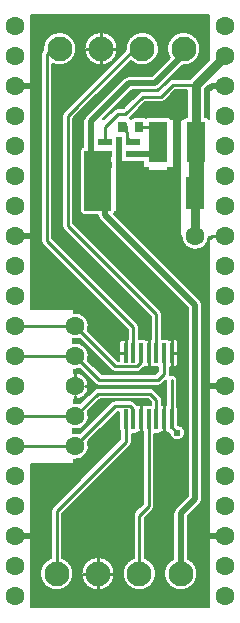
<source format=gtl>
G04 Layer: TopLayer*
G04 EasyEDA Pro v2.2.38.8, 2025-04-26 19:17:01*
G04 Gerber Generator version 0.3*
G04 Scale: 100 percent, Rotated: No, Reflected: No*
G04 Dimensions in millimeters*
G04 Leading zeros omitted, absolute positions, 4 integers and 5 decimals*
%FSLAX45Y45*%
%MOMM*%
%ADD10C,0.2032*%
%ADD11C,0.254*%
%ADD12C,1.6002*%
%ADD13R,1.2X0.55001*%
%ADD14R,0.4X1.7*%
%ADD15R,1.6X3.49999*%
%ADD16C,2.1*%
%ADD17R,1.635X2.69999*%
%ADD18R,0.8X0.9*%
%ADD19R,1.6449X2.69999*%
%ADD20R,1.635X2.69999*%
%ADD21C,0.61*%
%ADD22C,0.508*%
%ADD23C,0.762*%
%ADD24C,1.27*%
G75*


G04 Copper Start*
G36*
G01X623362Y-3824404D02*
G01X623362Y-3798238D01*
G01X642878Y-3798556D01*
G01X662170Y-3795592D01*
G01X680691Y-3789431D01*
G01X697915Y-3780247D01*
G01X713351Y-3768301D01*
G01X726563Y-3753933D01*
G01X737174Y-3737550D01*
G01X744883Y-3719619D01*
G01X749472Y-3700647D01*
G01X750810Y-3681174D01*
G01X748859Y-3661753D01*
G01X743674Y-3642935D01*
G01X995986Y-3390624D01*
G01X1006490Y-3390624D01*
G01X1006490Y-3540009D01*
G01X1007871Y-3549858D01*
G01X1011907Y-3558947D01*
G01X1018286Y-3566576D01*
G01X1018286Y-3624805D01*
G01X444003Y-4199088D01*
G01X436293Y-4209136D01*
G01X431446Y-4220836D01*
G01X429793Y-4233393D01*
G01X429793Y-4630307D01*
G01X408848Y-4640009D01*
G01X389770Y-4653003D01*
G01X373070Y-4668939D01*
G01X359199Y-4687389D01*
G01X348528Y-4707857D01*
G01X341345Y-4729794D01*
G01X337841Y-4752609D01*
G01X338113Y-4775691D01*
G01X342151Y-4798418D01*
G01X349849Y-4820179D01*
G01X360998Y-4840391D01*
G01X375299Y-4858510D01*
G01X392369Y-4874049D01*
G01X411748Y-4886590D01*
G01X432915Y-4895797D01*
G01X455302Y-4901422D01*
G01X478307Y-4903314D01*
G01X501313Y-4901422D01*
G01X523700Y-4895797D01*
G01X544867Y-4886590D01*
G01X564246Y-4874049D01*
G01X581315Y-4858510D01*
G01X595617Y-4840391D01*
G01X606766Y-4820179D01*
G01X614463Y-4798418D01*
G01X618502Y-4775691D01*
G01X618657Y-4762500D01*
G01X687480Y-4762500D01*
G01X689401Y-4785677D01*
G01X695110Y-4808222D01*
G01X704452Y-4829520D01*
G01X717172Y-4848990D01*
G01X732923Y-4866100D01*
G01X751276Y-4880385D01*
G01X771730Y-4891454D01*
G01X793726Y-4899005D01*
G01X816666Y-4902833D01*
G01X839922Y-4902833D01*
G01X862862Y-4899005D01*
G01X884858Y-4891454D01*
G01X905312Y-4880385D01*
G01X923665Y-4866100D01*
G01X939416Y-4848990D01*
G01X952136Y-4829520D01*
G01X961478Y-4808222D01*
G01X967187Y-4785677D01*
G01X969108Y-4762500D01*
G01X967187Y-4739323D01*
G01X961478Y-4716778D01*
G01X952136Y-4695480D01*
G01X939416Y-4676010D01*
G01X923665Y-4658900D01*
G01X905312Y-4644615D01*
G01X884858Y-4633546D01*
G01X862862Y-4625995D01*
G01X839922Y-4622167D01*
G01X816666Y-4622167D01*
G01X793726Y-4625995D01*
G01X771730Y-4633546D01*
G01X751276Y-4644615D01*
G01X732923Y-4658900D01*
G01X717172Y-4676010D01*
G01X704452Y-4695480D01*
G01X695110Y-4716778D01*
G01X689401Y-4739323D01*
G01X687480Y-4762500D01*
G01X687480Y-4762500D01*
G01X618657Y-4762500D01*
G01X618773Y-4752609D01*
G01X615270Y-4729794D01*
G01X608087Y-4707857D01*
G01X597416Y-4687389D01*
G01X583544Y-4668939D01*
G01X566845Y-4653003D01*
G01X547766Y-4640009D01*
G01X526821Y-4630307D01*
G01X526821Y-4253488D01*
G01X1101105Y-3679205D01*
G01X1108814Y-3669157D01*
G01X1113661Y-3657456D01*
G01X1115314Y-3644900D01*
G01X1115314Y-3575823D01*
G01X1147303Y-3575823D01*
G01X1153653Y-3575256D01*
G01X1159802Y-3573571D01*
G01X1165951Y-3575256D01*
G01X1172301Y-3575823D01*
G01X1208786Y-3575823D01*
G01X1208786Y-4170905D01*
G01X1144001Y-4235689D01*
G01X1136292Y-4245737D01*
G01X1131445Y-4257438D01*
G01X1129792Y-4269994D01*
G01X1129792Y-4630307D01*
G01X1108847Y-4640009D01*
G01X1089768Y-4653003D01*
G01X1073069Y-4668939D01*
G01X1059198Y-4687389D01*
G01X1048527Y-4707857D01*
G01X1041343Y-4729794D01*
G01X1037840Y-4752609D01*
G01X1038111Y-4775691D01*
G01X1042150Y-4798418D01*
G01X1049847Y-4820179D01*
G01X1060997Y-4840391D01*
G01X1075298Y-4858510D01*
G01X1092368Y-4874049D01*
G01X1111746Y-4886590D01*
G01X1132914Y-4895797D01*
G01X1155301Y-4901422D01*
G01X1178306Y-4903314D01*
G01X1201311Y-4901422D01*
G01X1223698Y-4895797D01*
G01X1244866Y-4886590D01*
G01X1264244Y-4874049D01*
G01X1281314Y-4858510D01*
G01X1295615Y-4840391D01*
G01X1306765Y-4820179D01*
G01X1314462Y-4798418D01*
G01X1318501Y-4775691D01*
G01X1318772Y-4752609D01*
G01X1315269Y-4729794D01*
G01X1308085Y-4707857D01*
G01X1297414Y-4687389D01*
G01X1283543Y-4668939D01*
G01X1266844Y-4653003D01*
G01X1247765Y-4640009D01*
G01X1226820Y-4630307D01*
G01X1226820Y-4290089D01*
G01X1291605Y-4225305D01*
G01X1299314Y-4215257D01*
G01X1304161Y-4203556D01*
G01X1305814Y-4191000D01*
G01X1305814Y-3575823D01*
G01X1342299Y-3575823D01*
G01X1348649Y-3575256D01*
G01X1354798Y-3573571D01*
G01X1360947Y-3575256D01*
G01X1367297Y-3575823D01*
G01X1407297Y-3575823D01*
G01X1413647Y-3575256D01*
G01X1419797Y-3573571D01*
G01X1425946Y-3575256D01*
G01X1432296Y-3575823D01*
G01X1432670Y-3575823D01*
G01X1435879Y-3590231D01*
G01X1442195Y-3603571D01*
G01X1451305Y-3615184D01*
G01X1462759Y-3624494D01*
G01X1475989Y-3631040D01*
G01X1490338Y-3634497D01*
G01X1505097Y-3634695D01*
G01X1519534Y-3631623D01*
G01X1532934Y-3625434D01*
G01X1544633Y-3616434D01*
G01X1554051Y-3605069D01*
G01X1560723Y-3591902D01*
G01X1564316Y-3577586D01*
G01X1564654Y-3562830D01*
G01X1561719Y-3548364D01*
G01X1555657Y-3534906D01*
G01X1546769Y-3523122D01*
G01X1535494Y-3513596D01*
G01X1522391Y-3506801D01*
G01X1508110Y-3503071D01*
G01X1508110Y-3370010D01*
G01X1506236Y-3358576D01*
G01X1500810Y-3348340D01*
G01X1500810Y-3124810D01*
G01X1498965Y-3111560D01*
G01X1493572Y-3099317D01*
G01X1485040Y-3089013D01*
G01X1474019Y-3081431D01*
G01X1461345Y-3077147D01*
G01X1447984Y-3076488D01*
G01X1434950Y-3079502D01*
G01X1435811Y-3070403D01*
G01X1435811Y-3015804D01*
G01X1472296Y-3015804D01*
G01X1483363Y-3014051D01*
G01X1493347Y-3008964D01*
G01X1501270Y-3001041D01*
G01X1506357Y-2991057D01*
G01X1508110Y-2979990D01*
G01X1508110Y-2809991D01*
G01X1506357Y-2798923D01*
G01X1501270Y-2788940D01*
G01X1493347Y-2781016D01*
G01X1483363Y-2775929D01*
G01X1472296Y-2774177D01*
G01X1432296Y-2774177D01*
G01X1425946Y-2774744D01*
G01X1419797Y-2776429D01*
G01X1413647Y-2774744D01*
G01X1407297Y-2774177D01*
G01X1370813Y-2774177D01*
G01X1370813Y-2566899D01*
G01X1369160Y-2554342D01*
G01X1364313Y-2542642D01*
G01X1356603Y-2532594D01*
G01X620014Y-1796005D01*
G01X620014Y-906301D01*
G01X1106723Y-419592D01*
G01X1124542Y-433954D01*
G01X1144453Y-445240D01*
G01X1165929Y-453152D01*
G01X1188402Y-457480D01*
G01X1211280Y-458110D01*
G01X1233958Y-455026D01*
G01X1255837Y-448309D01*
G01X1276339Y-438136D01*
G01X1294922Y-424776D01*
G01X1311095Y-408583D01*
G01X1324432Y-389984D01*
G01X1334579Y-369469D01*
G01X1341269Y-347582D01*
G01X1344325Y-324901D01*
G01X1343667Y-302023D01*
G01X1339311Y-279555D01*
G01X1331373Y-258089D01*
G01X1320062Y-238192D01*
G01X1305678Y-220391D01*
G01X1288600Y-205155D01*
G01X1269280Y-192886D01*
G01X1248227Y-183909D01*
G01X1225998Y-178462D01*
G01X1203180Y-176687D01*
G01X1180376Y-178632D01*
G01X1158189Y-184246D01*
G01X1137203Y-193379D01*
G01X1117975Y-205792D01*
G01X1101011Y-221155D01*
G01X1086760Y-239064D01*
G01X1075599Y-259044D01*
G01X1067821Y-280569D01*
G01X1063634Y-303069D01*
G01X1063146Y-325951D01*
G01X537195Y-851901D01*
G01X529486Y-861949D01*
G01X524639Y-873650D01*
G01X522986Y-886206D01*
G01X522986Y-1816100D01*
G01X524639Y-1828656D01*
G01X529486Y-1840357D01*
G01X537195Y-1850405D01*
G01X1273785Y-2586994D01*
G01X1273785Y-2774177D01*
G01X1237300Y-2774177D01*
G01X1230950Y-2774744D01*
G01X1224801Y-2776429D01*
G01X1218652Y-2774744D01*
G01X1212301Y-2774177D01*
G01X1175817Y-2774177D01*
G01X1175817Y-2676703D01*
G01X1174164Y-2664146D01*
G01X1169317Y-2652446D01*
G01X1161607Y-2642398D01*
G01X442214Y-1923005D01*
G01X442214Y-444177D01*
G01X463621Y-452488D01*
G01X486095Y-457208D01*
G01X509037Y-458213D01*
G01X531837Y-455476D01*
G01X553889Y-449069D01*
G01X574607Y-439163D01*
G01X593439Y-426021D01*
G01X609884Y-409993D01*
G01X623506Y-391506D01*
G01X633942Y-371050D01*
G01X640914Y-349170D01*
G01X644237Y-326448D01*
G01X644075Y-317500D01*
G01X712880Y-317500D01*
G01X714801Y-340677D01*
G01X720510Y-363222D01*
G01X729852Y-384520D01*
G01X742572Y-403990D01*
G01X758323Y-421100D01*
G01X776676Y-435385D01*
G01X797130Y-446454D01*
G01X819126Y-454005D01*
G01X842066Y-457833D01*
G01X865322Y-457833D01*
G01X888262Y-454005D01*
G01X910258Y-446454D01*
G01X930712Y-435385D01*
G01X949065Y-421100D01*
G01X964816Y-403990D01*
G01X977536Y-384520D01*
G01X986878Y-363222D01*
G01X992587Y-340677D01*
G01X994508Y-317500D01*
G01X994508Y-317500D01*
G01X992587Y-294323D01*
G01X986878Y-271778D01*
G01X977536Y-250480D01*
G01X964816Y-231010D01*
G01X949065Y-213900D01*
G01X930712Y-199615D01*
G01X910258Y-188546D01*
G01X888262Y-180995D01*
G01X865322Y-177167D01*
G01X842066Y-177167D01*
G01X819126Y-180995D01*
G01X797130Y-188546D01*
G01X776676Y-199615D01*
G01X758323Y-213900D01*
G01X742572Y-231010D01*
G01X729852Y-250480D01*
G01X720510Y-271778D01*
G01X714801Y-294323D01*
G01X712880Y-317500D01*
G01X644075Y-317500D01*
G01X643822Y-303488D01*
G01X639682Y-280900D01*
G01X631925Y-259286D01*
G01X620758Y-239220D01*
G01X606478Y-221236D01*
G01X589465Y-205812D01*
G01X570171Y-193358D01*
G01X549109Y-184206D01*
G01X526840Y-178599D01*
G01X503956Y-176686D01*
G01X481066Y-178518D01*
G01X458777Y-184047D01*
G01X437683Y-193124D01*
G01X418346Y-205509D01*
G01X401278Y-220873D01*
G01X386935Y-238807D01*
G01X375697Y-258833D01*
G01X367864Y-280419D01*
G01X363643Y-302992D01*
G01X363147Y-325951D01*
G01X359395Y-329703D01*
G01X351686Y-339750D01*
G01X346839Y-351451D01*
G01X345186Y-364007D01*
G01X345186Y-1943100D01*
G01X346839Y-1955656D01*
G01X351686Y-1967357D01*
G01X359395Y-1977405D01*
G01X1078789Y-2696798D01*
G01X1078789Y-2774177D01*
G01X1042304Y-2774177D01*
G01X1031237Y-2775929D01*
G01X1021253Y-2781016D01*
G01X1013330Y-2788940D01*
G01X1008243Y-2798923D01*
G01X1006490Y-2809991D01*
G01X1006490Y-2959376D01*
G01X995986Y-2959376D01*
G01X743674Y-2707065D01*
G01X748859Y-2688247D01*
G01X750810Y-2668826D01*
G01X749472Y-2649353D01*
G01X744883Y-2630381D01*
G01X737174Y-2612450D01*
G01X726563Y-2596067D01*
G01X713351Y-2581699D01*
G01X697915Y-2569753D01*
G01X680691Y-2560569D01*
G01X662170Y-2554408D01*
G01X642878Y-2551444D01*
G01X623362Y-2551762D01*
G01X623362Y-2532132D01*
G01X622001Y-2527052D01*
G01X618282Y-2523333D01*
G01X613202Y-2521972D01*
G01X264160Y-2521972D01*
G01X264160Y-35814D01*
G01X1767840Y-35814D01*
G01X1767840Y-413630D01*
G01X1607684Y-573786D01*
G01X1460500Y-573786D01*
G01X1447944Y-575439D01*
G01X1436243Y-580286D01*
G01X1426195Y-587995D01*
G01X1338805Y-675386D01*
G01X1206500Y-675386D01*
G01X1193944Y-677039D01*
G01X1182243Y-681886D01*
G01X1172195Y-689595D01*
G01X1039105Y-822686D01*
G01X995700Y-822686D01*
G01X983143Y-824339D01*
G01X971443Y-829186D01*
G01X961395Y-836896D01*
G01X881605Y-916686D01*
G01X872733Y-916686D01*
G01X1118605Y-670814D01*
G01X1310112Y-670814D01*
G01X1322055Y-669638D01*
G01X1333538Y-666154D01*
G01X1344121Y-660498D01*
G01X1353397Y-652885D01*
G01X1548080Y-458202D01*
G01X1571553Y-457177D01*
G01X1594528Y-452263D01*
G01X1616366Y-443597D01*
G01X1636460Y-431422D01*
G01X1654249Y-416074D01*
G01X1669239Y-397983D01*
G01X1681013Y-377651D01*
G01X1689242Y-355644D01*
G01X1693697Y-332576D01*
G01X1694255Y-309088D01*
G01X1690900Y-285834D01*
G01X1683725Y-263462D01*
G01X1672930Y-242594D01*
G01X1658816Y-223811D01*
G01X1641775Y-207636D01*
G01X1622282Y-194520D01*
G01X1600880Y-184828D01*
G01X1578164Y-178829D01*
G01X1554767Y-176690D01*
G01X1531340Y-178472D01*
G01X1508535Y-184124D01*
G01X1486987Y-193488D01*
G01X1467296Y-206306D01*
G01X1450011Y-222218D01*
G01X1435612Y-240783D01*
G01X1424500Y-261484D01*
G01X1416985Y-283745D01*
G01X1413275Y-306945D01*
G01X1413475Y-330439D01*
G01X1417578Y-353572D01*
G01X1425470Y-375702D01*
G01X1436932Y-396211D01*
G01X1284757Y-548386D01*
G01X1093249Y-548386D01*
G01X1081307Y-549562D01*
G01X1069824Y-553046D01*
G01X1059241Y-558702D01*
G01X1049964Y-566315D01*
G01X726715Y-889564D01*
G01X719863Y-897729D01*
G01X714531Y-906958D01*
G01X710881Y-916972D01*
G01X706755Y-919003D01*
G01X703906Y-922614D01*
G01X702890Y-927100D01*
G01X702890Y-1146834D01*
G01X692671Y-1151827D01*
G01X684533Y-1159773D01*
G01X679296Y-1169870D01*
G01X677490Y-1181100D01*
G01X677490Y-1690097D01*
G01X679243Y-1701164D01*
G01X684330Y-1711148D01*
G01X692253Y-1719071D01*
G01X702237Y-1724158D01*
G01X713304Y-1725911D01*
G01X827786Y-1725911D01*
G01X827786Y-1727200D01*
G01X828962Y-1739142D01*
G01X832446Y-1750626D01*
G01X838102Y-1761209D01*
G01X845715Y-1770485D01*
G01X1589786Y-2514556D01*
G01X1589786Y-4102144D01*
G01X1485008Y-4206923D01*
G01X1477395Y-4216199D01*
G01X1471738Y-4226782D01*
G01X1468255Y-4238265D01*
G01X1467079Y-4250207D01*
G01X1467079Y-4635688D01*
G01X1446708Y-4647728D01*
G01X1428642Y-4663010D01*
G01X1413389Y-4681101D01*
G01X1401381Y-4701491D01*
G01X1392957Y-4723604D01*
G01X1388355Y-4746815D01*
G01X1387704Y-4770469D01*
G01X1391024Y-4793897D01*
G01X1398219Y-4816440D01*
G01X1409088Y-4837459D01*
G01X1423323Y-4856361D01*
G01X1440522Y-4872613D01*
G01X1460200Y-4885755D01*
G01X1481800Y-4895417D01*
G01X1504713Y-4901326D01*
G01X1528293Y-4903314D01*
G01X1551872Y-4901326D01*
G01X1574785Y-4895417D01*
G01X1596386Y-4885755D01*
G01X1616063Y-4872613D01*
G01X1633262Y-4856361D01*
G01X1647497Y-4837459D01*
G01X1658366Y-4816440D01*
G01X1665561Y-4793897D01*
G01X1668881Y-4770469D01*
G01X1668230Y-4746815D01*
G01X1663628Y-4723604D01*
G01X1655204Y-4701491D01*
G01X1643196Y-4681101D01*
G01X1627943Y-4663010D01*
G01X1609877Y-4647728D01*
G01X1589507Y-4635688D01*
G01X1589507Y-4275563D01*
G01X1694285Y-4170785D01*
G01X1701898Y-4161509D01*
G01X1707554Y-4150926D01*
G01X1711038Y-4139442D01*
G01X1712214Y-4127500D01*
G01X1712214Y-2489200D01*
G01X1711038Y-2477258D01*
G01X1707554Y-2465774D01*
G01X1701898Y-2455191D01*
G01X1694285Y-2445915D01*
G01X964449Y-1716079D01*
G01X970269Y-1708920D01*
G01X974066Y-1700511D01*
G01X1013917Y-1700511D01*
G01X1023992Y-1705718D01*
G01X1035190Y-1707514D01*
G01X1198690Y-1707514D01*
G01X1209887Y-1705718D01*
G01X1219963Y-1700511D01*
G01X1243837Y-1700511D01*
G01X1253913Y-1705718D01*
G01X1265111Y-1707514D01*
G01X1428610Y-1707514D01*
G01X1439808Y-1705718D01*
G01X1449883Y-1700511D01*
G01X1458990Y-1700511D01*
G01X1464197Y-1699116D01*
G01X1468009Y-1695304D01*
G01X1469404Y-1690097D01*
G01X1469404Y-927100D01*
G01X1468009Y-921893D01*
G01X1464197Y-918081D01*
G01X1458990Y-916686D01*
G01X1451892Y-916686D01*
G01X1446540Y-907489D01*
G01X1438722Y-900270D01*
G01X1429128Y-895667D01*
G01X1418605Y-894086D01*
G01X1258606Y-894086D01*
G01X1250016Y-895132D01*
G01X1241928Y-898206D01*
G01X1234814Y-903131D01*
G01X1225307Y-898631D01*
G01X1214902Y-897086D01*
G01X1134902Y-897086D01*
G01X1123262Y-899031D01*
G01X1112886Y-904653D01*
G01X1104900Y-913343D01*
G01X1100640Y-908001D01*
G01X1095443Y-903566D01*
G01X1226595Y-772414D01*
G01X1358900Y-772414D01*
G01X1371456Y-770761D01*
G01X1383157Y-765914D01*
G01X1393205Y-758205D01*
G01X1480595Y-670814D01*
G01X1584681Y-670814D01*
G01X1584681Y-894086D01*
G01X1578595Y-894086D01*
G01X1568072Y-895667D01*
G01X1558478Y-900270D01*
G01X1550660Y-907489D01*
G01X1545308Y-916686D01*
G01X1536700Y-916686D01*
G01X1531493Y-918081D01*
G01X1527681Y-921893D01*
G01X1526286Y-927100D01*
G01X1526286Y-1897916D01*
G01X1527444Y-1902689D01*
G01X1530661Y-1906400D01*
G01X1535221Y-1908224D01*
G01X1537704Y-1929067D01*
G01X1543908Y-1949119D01*
G01X1553629Y-1967722D01*
G01X1566547Y-1984265D01*
G01X1582240Y-1998205D01*
G01X1600190Y-2009084D01*
G01X1619809Y-2016545D01*
G01X1640453Y-2020343D01*
G01X1661442Y-2020352D01*
G01X1682089Y-2016574D01*
G01X1701715Y-2009131D01*
G01X1719675Y-1998268D01*
G01X1735380Y-1984342D01*
G01X1748314Y-1967811D01*
G01X1758052Y-1949216D01*
G01X1764274Y-1929170D01*
G01X1766776Y-1908330D01*
G01X1767840Y-1908330D01*
G01X1767840Y-5044186D01*
G01X264160Y-5044186D01*
G01X264160Y-3834564D01*
G01X613202Y-3834564D01*
G01X618282Y-3833203D01*
G01X622001Y-3829484D01*
G01X623362Y-3824404D01*
G37*
G36*
G01X750824Y-3175000D02*
G01X748832Y-3153613D01*
G01X742926Y-3132962D01*
G01X733307Y-3113756D01*
G01X720308Y-3096656D01*
G01X704375Y-3082251D01*
G01X686056Y-3071036D01*
G01X665981Y-3063396D01*
G01X644841Y-3059595D01*
G01X623362Y-3059762D01*
G01X623362Y-3036238D01*
G01X640862Y-3036676D01*
G01X658229Y-3034471D01*
G01X675065Y-3029674D01*
G01X803895Y-3158505D01*
G01X813943Y-3166214D01*
G01X825644Y-3171061D01*
G01X838200Y-3172714D01*
G01X1333500Y-3172714D01*
G01X1346056Y-3171061D01*
G01X1357757Y-3166214D01*
G01X1367805Y-3158505D01*
G01X1403838Y-3122471D01*
G01X1403782Y-3124810D01*
G01X1403782Y-3334196D01*
G01X1370813Y-3334196D01*
G01X1370813Y-3290799D01*
G01X1369160Y-3278242D01*
G01X1364313Y-3266542D01*
G01X1356603Y-3256494D01*
G01X1304305Y-3204195D01*
G01X1294257Y-3196486D01*
G01X1282556Y-3191639D01*
G01X1270000Y-3189986D01*
G01X825500Y-3189986D01*
G01X812944Y-3191639D01*
G01X801243Y-3196486D01*
G01X791195Y-3204195D01*
G01X675065Y-3320326D01*
G01X658229Y-3315529D01*
G01X640862Y-3313324D01*
G01X623362Y-3313762D01*
G01X623362Y-3290238D01*
G01X644841Y-3290405D01*
G01X665981Y-3286604D01*
G01X686056Y-3278964D01*
G01X704375Y-3267749D01*
G01X720308Y-3253344D01*
G01X733307Y-3236244D01*
G01X742926Y-3217038D01*
G01X748832Y-3196387D01*
G01X750824Y-3175000D01*
G37*
G36*
G01X675065Y-3574326D02*
G01X658229Y-3569529D01*
G01X640862Y-3567324D01*
G01X623362Y-3567762D01*
G01X623362Y-3544238D01*
G01X642878Y-3544556D01*
G01X662170Y-3541592D01*
G01X680691Y-3535431D01*
G01X697915Y-3526247D01*
G01X713351Y-3514301D01*
G01X726563Y-3499933D01*
G01X737174Y-3483550D01*
G01X744883Y-3465619D01*
G01X749472Y-3446647D01*
G01X750810Y-3427174D01*
G01X748859Y-3407753D01*
G01X743674Y-3388935D01*
G01X845595Y-3287014D01*
G01X1249905Y-3287014D01*
G01X1273785Y-3310894D01*
G01X1273785Y-3334196D01*
G01X1237300Y-3334196D01*
G01X1230950Y-3334763D01*
G01X1224801Y-3336448D01*
G01X1218652Y-3334763D01*
G01X1212301Y-3334196D01*
G01X1172301Y-3334196D01*
G01X1163562Y-3335278D01*
G01X1161607Y-3333205D01*
G01X1136207Y-3307805D01*
G01X1126160Y-3300095D01*
G01X1114459Y-3295249D01*
G01X1101903Y-3293596D01*
G01X975890Y-3293596D01*
G01X963334Y-3295249D01*
G01X951633Y-3300095D01*
G01X941586Y-3307805D01*
G01X675065Y-3574326D01*
G37*
G36*
G01X726563Y-2850067D02*
G01X713351Y-2835699D01*
G01X697915Y-2823753D01*
G01X680691Y-2814569D01*
G01X662170Y-2808408D01*
G01X642878Y-2805444D01*
G01X623362Y-2805762D01*
G01X623362Y-2782238D01*
G01X640862Y-2782676D01*
G01X658229Y-2780471D01*
G01X675065Y-2775674D01*
G01X941586Y-3042195D01*
G01X951633Y-3049905D01*
G01X963334Y-3054751D01*
G01X975890Y-3056404D01*
G01X1158859Y-3056404D01*
G01X1171416Y-3054751D01*
G01X1183116Y-3049905D01*
G01X1193164Y-3042195D01*
G01X1220507Y-3014851D01*
G01X1224801Y-3013552D01*
G01X1230950Y-3015237D01*
G01X1237300Y-3015804D01*
G01X1277300Y-3015804D01*
G01X1283650Y-3015237D01*
G01X1289799Y-3013552D01*
G01X1295948Y-3015237D01*
G01X1302299Y-3015804D01*
G01X1338783Y-3015804D01*
G01X1338783Y-3050308D01*
G01X1313405Y-3075686D01*
G01X858295Y-3075686D01*
G01X743674Y-2961065D01*
G01X748859Y-2942247D01*
G01X750810Y-2922826D01*
G01X749472Y-2903353D01*
G01X744883Y-2884381D01*
G01X737174Y-2866450D01*
G01X726563Y-2850067D01*
G37*
G36*
G01X1732509Y-658022D02*
G01X1767840Y-622690D01*
G01X1767840Y-909228D01*
G01X1759896Y-901110D01*
G01X1749809Y-895888D01*
G01X1738594Y-894086D01*
G01X1732509Y-894086D01*
G01X1732509Y-658022D01*
G37*
G54D10*
G01X623362Y-3824404D02*
G01X623362Y-3798238D01*
G03X726563Y-3753933I11638J115238D01*
G03X743674Y-3642935I-91563J70933D01*
G01X995986Y-3390624D01*
G01X1006490Y-3390624D01*
G01X1006490Y-3540009D01*
G03X1018286Y-3566576I35814J0D01*
G01X1018286Y-3624805D01*
G01X444003Y-4199088D01*
G03X429793Y-4233393I34305J-34305D01*
G01X429793Y-4630307D01*
G03X478307Y-4903314I48514J-132193D01*
G03X526821Y-4630307I0J140814D01*
G01X526821Y-4253488D01*
G01X1101105Y-3679205D01*
G03X1115314Y-3644900I-34305J34305D01*
G01X1115314Y-3575823D01*
G01X1147303Y-3575823D01*
G03X1159802Y-3573571I0J35814D01*
G03X1172301Y-3575823I12499J33562D01*
G01X1208786Y-3575823D01*
G01X1208786Y-4170905D01*
G01X1144001Y-4235689D01*
G03X1129792Y-4269994I34305J-34305D01*
G01X1129792Y-4630307D01*
G03X1178306Y-4903314I48514J-132193D01*
G03X1226820Y-4630307I0J140814D01*
G01X1226820Y-4290089D01*
G01X1291605Y-4225305D01*
G03X1305814Y-4191000I-34305J34305D01*
G01X1305814Y-3575823D01*
G01X1342299Y-3575823D01*
G03X1354798Y-3573571I0J35814D01*
G03X1367297Y-3575823I12499J33562D01*
G01X1407297Y-3575823D01*
G03X1419797Y-3573571I0J35814D01*
G03X1432296Y-3575823I12499J33562D01*
G01X1432670Y-3575823D01*
G03X1544633Y-3616434I65930J7123D01*
G03X1508110Y-3503071I-46033J47734D01*
G01X1508110Y-3370010D01*
G03X1500810Y-3348340I-35814J0D01*
G01X1500810Y-3124810D01*
G03X1434950Y-3079502I-48514J0D01*
G03X1435811Y-3070403I-47653J9100D01*
G01X1435811Y-3015804D01*
G01X1472296Y-3015804D01*
G03X1508110Y-2979990I0J35814D01*
G01X1508110Y-2809991D01*
G03X1472296Y-2774177I-35814J0D01*
G01X1432296Y-2774177D01*
G03X1419797Y-2776429I0J-35814D01*
G03X1407297Y-2774177I-12499J-33562D01*
G01X1370813Y-2774177D01*
G01X1370813Y-2566899D01*
G03X1356603Y-2532594I-48514J0D01*
G01X620014Y-1796005D01*
G01X620014Y-906301D01*
G01X1106723Y-419592D01*
G03X1331373Y-258089I96983J102092D01*
G03X1063146Y-325951I-127667J-59411D01*
G01X537195Y-851901D01*
G03X522986Y-886206I34305J-34305D01*
G01X522986Y-1816100D01*
G03X537195Y-1850405I48514J0D01*
G01X1273785Y-2586994D01*
G01X1273785Y-2774177D01*
G01X1237300Y-2774177D01*
G03X1224801Y-2776429I0J-35814D01*
G03X1212301Y-2774177I-12499J-33562D01*
G01X1175817Y-2774177D01*
G01X1175817Y-2676703D01*
G03X1161607Y-2642398I-48514J0D01*
G01X442214Y-1923005D01*
G01X442214Y-444177D01*
G03X620758Y-239220I61493J126677D01*
G03X363147Y-325951I-117050J-78280D01*
G01X359395Y-329703D01*
G03X345186Y-364007I34305J-34305D01*
G01X345186Y-1943100D01*
G03X359395Y-1977405I48514J0D01*
G01X1078789Y-2696798D01*
G01X1078789Y-2774177D01*
G01X1042304Y-2774177D01*
G03X1006490Y-2809991I0J-35814D01*
G01X1006490Y-2959376D01*
G01X995986Y-2959376D01*
G01X743674Y-2707065D01*
G03X726563Y-2596067I-108674J40065D01*
G03X623362Y-2551762I-91563J-70933D01*
G01X623362Y-2532132D01*
G03X613202Y-2521972I-10160J0D01*
G01X264160Y-2521972D01*
G01X264160Y-35814D01*
G01X1767840Y-35814D01*
G01X1767840Y-413630D01*
G01X1607684Y-573786D01*
G01X1460500Y-573786D01*
G03X1426195Y-587995I0J-48514D01*
G01X1338805Y-675386D01*
G01X1206500Y-675386D01*
G03X1172195Y-689595I0J-48514D01*
G01X1039105Y-822686D01*
G01X995700Y-822686D01*
G03X961395Y-836896I0J-48514D01*
G01X881605Y-916686D01*
G01X872733Y-916686D01*
G01X1118605Y-670814D01*
G01X1310112Y-670814D01*
G03X1353397Y-652885I0J61214D01*
G01X1548080Y-458202D01*
G03X1622282Y-194520I5612J140702D01*
G03X1436932Y-396211I-68590J-122980D01*
G01X1284757Y-548386D01*
G01X1093249Y-548386D01*
G03X1049964Y-566315I0J-61214D01*
G01X726715Y-889564D01*
G03X710881Y-916972I43285J-43285D01*
G03X702890Y-927100I2423J-10128D01*
G01X702890Y-1146834D01*
G03X677490Y-1181100I10414J-34266D01*
G01X677490Y-1690097D01*
G03X713304Y-1725911I35814J0D01*
G01X827786Y-1725911D01*
G01X827786Y-1727200D01*
G03X845715Y-1770485I61214J0D01*
G01X1589786Y-2514556D01*
G01X1589786Y-4102144D01*
G01X1485008Y-4206923D01*
G03X1467079Y-4250207I43285J-43285D01*
G01X1467079Y-4635688D01*
G03X1528293Y-4903314I61214J-126812D01*
G03X1589507Y-4635688I0J140814D01*
G01X1589507Y-4275563D01*
G01X1694285Y-4170785D01*
G03X1712214Y-4127500I-43285J43285D01*
G01X1712214Y-2489200D01*
G03X1694285Y-2445915I-61214J0D01*
G01X964449Y-1716079D01*
G03X974066Y-1700511I-24649J25982D01*
G01X1013917Y-1700511D01*
G03X1035190Y-1707514I21273J28811D01*
G01X1198690Y-1707514D01*
G03X1219963Y-1700511I0J35814D01*
G01X1243837Y-1700511D01*
G03X1265111Y-1707514I21273J28811D01*
G01X1428610Y-1707514D01*
G03X1449883Y-1700511I0J35814D01*
G01X1458990Y-1700511D01*
G03X1469404Y-1690097I0J10414D01*
G01X1469404Y-927100D01*
G03X1458990Y-916686I-10414J0D01*
G01X1451892Y-916686D01*
G03X1418605Y-894086I-33287J-13214D01*
G01X1258606Y-894086D01*
G03X1234814Y-903131I0J-35814D01*
G03X1214902Y-897086I-19911J-29769D01*
G01X1134902Y-897086D01*
G03X1104900Y-913343I0J-35814D01*
G03X1095443Y-903566I-30002J-19557D01*
G01X1226595Y-772414D01*
G01X1358900Y-772414D01*
G03X1393205Y-758205I0J48514D01*
G01X1480595Y-670814D01*
G01X1584681Y-670814D01*
G01X1584681Y-894086D01*
G01X1578595Y-894086D01*
G03X1545308Y-916686I0J-35814D01*
G01X1536700Y-916686D01*
G03X1526286Y-927100I0J-10414D01*
G01X1526286Y-1897916D01*
G03X1535221Y-1908224I10414J0D01*
G03X1766776Y-1908330I115779J3224D01*
G01X1767840Y-1908330D01*
G01X1767840Y-5044186D01*
G01X264160Y-5044186D01*
G01X264160Y-3834564D01*
G01X613202Y-3834564D01*
G03X623362Y-3824404I0J10160D01*
G01X687480Y-4762500D02*
G03X969108Y-4762500I140814J0D01*
G03X687480Y-4762500I-140814J0D01*
G01X994508Y-317500D02*
G03X712880Y-317500I-140814J0D01*
G03X994508Y-317500I140814J0D01*
G01X750824Y-3175000D02*
G03X623362Y-3059762I-115824J0D01*
G01X623362Y-3036238D01*
G03X675065Y-3029674I11638J115238D01*
G01X803895Y-3158505D01*
G03X838200Y-3172714I34305J34305D01*
G01X1333500Y-3172714D01*
G03X1367805Y-3158505I0J48514D01*
G01X1403838Y-3122471D01*
G01X1403782Y-3124810D01*
G01X1403782Y-3334196D01*
G01X1370813Y-3334196D01*
G01X1370813Y-3290799D01*
G03X1356603Y-3256494I-48514J0D01*
G01X1304305Y-3204195D01*
G03X1270000Y-3189986I-34305J-34305D01*
G01X825500Y-3189986D01*
G03X791195Y-3204195I0J-48514D01*
G01X675065Y-3320326D01*
G03X623362Y-3313762I-40065J-108674D01*
G01X623362Y-3290238D01*
G03X750824Y-3175000I11638J115238D01*
G01X675065Y-3574326D02*
G03X623362Y-3567762I-40065J-108674D01*
G01X623362Y-3544238D01*
G03X726563Y-3499933I11638J115238D01*
G03X743674Y-3388935I-91563J70933D01*
G01X845595Y-3287014D01*
G01X1249905Y-3287014D01*
G01X1273785Y-3310894D01*
G01X1273785Y-3334196D01*
G01X1237300Y-3334196D01*
G03X1224801Y-3336448I0J-35814D01*
G03X1212301Y-3334196I-12499J-33562D01*
G01X1172301Y-3334196D01*
G03X1163562Y-3335278I0J-35814D01*
G03X1161607Y-3333205I-36260J-32231D01*
G01X1136207Y-3307805D01*
G03X1101903Y-3293596I-34305J-34305D01*
G01X975890Y-3293596D01*
G03X941586Y-3307805I0J-48514D01*
G01X675065Y-3574326D01*
G01X726563Y-2850067D02*
G03X623362Y-2805762I-91563J-70933D01*
G01X623362Y-2782238D01*
G03X675065Y-2775674I11638J115238D01*
G01X941586Y-3042195D01*
G03X975890Y-3056404I34305J34305D01*
G01X1158859Y-3056404D01*
G03X1193164Y-3042195I0J48514D01*
G01X1220507Y-3014851D01*
G03X1224801Y-3013552I-8206J34861D01*
G03X1237300Y-3015804I12499J33562D01*
G01X1277300Y-3015804D01*
G03X1289799Y-3013552I0J35814D01*
G03X1302299Y-3015804I12499J33562D01*
G01X1338783Y-3015804D01*
G01X1338783Y-3050308D01*
G01X1313405Y-3075686D01*
G01X858295Y-3075686D01*
G01X743674Y-2961065D01*
G03X726563Y-2850067I-108674J40065D01*
G01X1732509Y-658022D02*
G01X1767840Y-622690D01*
G01X1767840Y-909228D01*
G03X1738594Y-894086I-29246J-20672D01*
G01X1732509Y-894086D01*
G01X1732509Y-658022D01*
G54D11*
G01X1387297Y-3539755D02*
G01X1387297Y-3565663D01*
G01X1387297Y-3370264D02*
G01X1387297Y-3344356D01*
G01X1192301Y-3539755D02*
G01X1192301Y-3565663D01*
G01X1192301Y-3370264D02*
G01X1192301Y-3344356D01*
G01X1042558Y-2894990D02*
G01X1016650Y-2894990D01*
G01X1062304Y-2810245D02*
G01X1062304Y-2784337D01*
G01X1257300Y-2979736D02*
G01X1257300Y-3005644D01*
G01X1257300Y-2810245D02*
G01X1257300Y-2784337D01*
G01X1472042Y-2894990D02*
G01X1497950Y-2894990D01*
G01X1452296Y-2979736D02*
G01X1452296Y-3005644D01*
G01X1452296Y-2810245D02*
G01X1452296Y-2784337D01*
G01X714756Y-3175000D02*
G01X740664Y-3175000D01*
G01X635000Y-3095244D02*
G01X635000Y-3069336D01*
G01X635000Y-3254756D02*
G01X635000Y-3280664D01*
G01X723548Y-4762500D02*
G01X697640Y-4762500D01*
G01X933040Y-4762500D02*
G01X958948Y-4762500D01*
G01X828294Y-4657754D02*
G01X828294Y-4631846D01*
G01X828294Y-4867246D02*
G01X828294Y-4893154D01*
G01X958440Y-317500D02*
G01X984348Y-317500D01*
G01X748948Y-317500D02*
G01X723040Y-317500D01*
G01X853694Y-422246D02*
G01X853694Y-448154D01*
G01X853694Y-212754D02*
G01X853694Y-186846D01*
G04 Copper End*

G04 PolygonModel Start*
G36*
G01X977900Y-1066800D02*
G01X1028700Y-1066800D01*
G01X1028700Y-1270000D01*
G01X1219200Y-1270000D01*
G01X1219200Y-1345203D01*
G01X1511300Y-1345203D01*
G01X1511300Y-1718763D01*
G01X982163Y-1718763D01*
G01X977900Y-1714500D01*
G01X977900Y-1066800D01*
G37*

G04 Rect Start*
G36*
G01X713304Y-1690097D02*
G01X713304Y-1181100D01*
G01X939800Y-1181100D01*
G01X939800Y-1690097D01*
G01X713304Y-1690097D01*
G37*
G36*
G01X1073963Y-1107492D02*
G01X1046833Y-953634D01*
G01X1071847Y-949223D01*
G01X1098977Y-1103082D01*
G01X1073963Y-1107492D01*
G37*
G04 Rect End*

G04 Pad Start*
G54D12*
G01X127000Y-127000D03*
G01X127000Y-381000D03*
G01X127000Y-635000D03*
G01X127000Y-889000D03*
G01X127000Y-1143000D03*
G01X127000Y-1397000D03*
G01X127000Y-1651000D03*
G01X127000Y-1905000D03*
G01X127000Y-2159000D03*
G01X127000Y-2413000D03*
G01X1905000Y-127000D03*
G01X1905000Y-381000D03*
G01X1905000Y-635000D03*
G01X1905000Y-889000D03*
G01X1905000Y-1143000D03*
G01X1905000Y-1397000D03*
G01X1905000Y-2413000D03*
G01X1905000Y-2159000D03*
G01X1905000Y-1905000D03*
G01X1905000Y-1651000D03*
G01X127000Y-2667000D03*
G01X127000Y-2921000D03*
G01X127000Y-3175000D03*
G01X127000Y-3429000D03*
G01X127000Y-3683000D03*
G01X127000Y-3937000D03*
G01X127000Y-4953000D03*
G01X127000Y-4699000D03*
G01X127000Y-4445000D03*
G01X127000Y-4191000D03*
G01X1905000Y-2667000D03*
G01X1905000Y-4191000D03*
G01X1905000Y-4445000D03*
G01X1905000Y-4699000D03*
G01X1905000Y-4953000D03*
G01X1905000Y-3937000D03*
G01X1905000Y-3683000D03*
G01X1905000Y-3429000D03*
G01X1905000Y-3175000D03*
G01X1905000Y-2921000D03*
G01X635000Y-2921000D03*
G01X635000Y-2667000D03*
G01X635000Y-3429000D03*
G01X635000Y-3683000D03*
G01X635000Y-3175000D03*
G01X1651000Y-1905000D03*
G54D13*
G01X1123300Y-1111504D03*
G01X1123300Y-1301496D03*
G01X883300Y-1301496D03*
G01X883300Y-1206500D03*
G01X883300Y-1111504D03*
G01X1123300Y-1206500D03*
G54D14*
G01X1452296Y-2894990D03*
G01X1387297Y-2894990D03*
G01X1322299Y-2894990D03*
G01X1257300Y-2894990D03*
G01X1192301Y-2894990D03*
G01X1127303Y-2894990D03*
G01X1062304Y-2894990D03*
G01X1062304Y-3455010D03*
G01X1127303Y-3455010D03*
G01X1192301Y-3455010D03*
G01X1257300Y-3455010D03*
G01X1322299Y-3455010D03*
G01X1387297Y-3455010D03*
G01X1452296Y-3455010D03*
G54D15*
G01X1658595Y-1104900D03*
G01X1338605Y-1104900D03*
G54D16*
G01X1553693Y-317500D03*
G01X1203706Y-317500D03*
G01X853694Y-317500D03*
G01X503707Y-317500D03*
G01X478307Y-4762500D03*
G01X828294Y-4762500D03*
G01X1178306Y-4762500D03*
G01X1528293Y-4762500D03*
G54D17*
G01X1650340Y-1536700D03*
G01X1346860Y-1536700D03*
G54D18*
G01X1034898Y-977900D03*
G01X1174902Y-977900D03*
G54D20*
G01X813460Y-1536700D03*
G01X1116940Y-1536700D03*
G04 Pad End*

G04 Via Start*
G54D21*
G01X1252804Y-2768600D03*
G01X1054830Y-2768600D03*
G01X1450340Y-2768600D03*
G01X1193800Y-3581400D03*
G01X1387455Y-3578245D03*
G01X1231900Y-1727200D03*
G01X1028700Y-1727200D03*
G01X1016000Y-1346200D03*
G01X1231900Y-1346200D03*
G01X1498600Y-3568700D03*
G01X1435100Y-1346200D03*
G01X1435100Y-1727200D03*
G01X1028700Y-800100D03*
G01X1473200Y-838200D03*
G01X1663700Y-457200D03*
G01X673100Y-927100D03*
G01X863600Y-1905000D03*
G01X635000Y-3556000D03*
G01X635000Y-2794000D03*
G01X508000Y-1905000D03*
G01X1231900Y-1536700D03*
G01X1473200Y-1536700D03*
G01X1003300Y-1536700D03*
G04 Via End*

G04 Track Start*
G54D22*
G01X1905000Y-635000D02*
G01X1790700Y-635000D01*
G01X1765300Y-660400D01*
G01X127000Y-635000D02*
G01X317500Y-635000D01*
G01X1905000Y-3175000D02*
G01X1739900Y-3175000D01*
G01X1905000Y-4445000D02*
G01X1727200Y-4445000D01*
G01X127000Y-4445000D02*
G01X304800Y-4445000D01*
G54D11*
G01X127000Y-2667000D02*
G01X635000Y-2667000D01*
G01X127000Y-2921000D02*
G01X635000Y-2921000D01*
G01X127000Y-3429000D02*
G01X635000Y-3429000D01*
G01X127000Y-3683000D02*
G01X635000Y-3683000D01*
G01X478307Y-4826000D02*
G01X478307Y-4233393D01*
G01X1066800Y-3644900D01*
G01X1257300Y-4191000D02*
G01X1178306Y-4269994D01*
G01X1178306Y-4826000D01*
G01X393700Y-364007D02*
G01X503707Y-254000D01*
G01X1203706Y-254000D02*
G01X571500Y-886206D01*
G01X571500Y-1816100D01*
G01X1257300Y-3455010D02*
G01X1257300Y-4191000D01*
G01X1066800Y-3644900D02*
G01X1066800Y-3459505D01*
G01X1062304Y-3455010D01*
G01X635000Y-2667000D02*
G01X975890Y-3007890D01*
G01X1158859Y-3007890D01*
G01X1387297Y-3070403D02*
G01X1387297Y-2894990D01*
G01X1127303Y-3367510D02*
G01X1127303Y-3455010D01*
G01X635000Y-3429000D02*
G01X825500Y-3238500D01*
G01X635000Y-2921000D02*
G01X838200Y-3124200D01*
G01X1333500Y-3124200D01*
G01X1387297Y-3070403D01*
G01X635000Y-3683000D02*
G01X975890Y-3342110D01*
G01X1101903Y-3342110D01*
G01X1127303Y-3367510D01*
G01X1158859Y-3007890D02*
G01X1193800Y-2972950D01*
G01X1193800Y-2896489D01*
G01X1192301Y-2894990D01*
G01X825500Y-3238500D02*
G01X1270000Y-3238500D01*
G01X1322299Y-3290799D01*
G01X1322299Y-3455010D01*
G01X1322299Y-2566899D02*
G01X1322299Y-2894990D01*
G01X571500Y-1816100D02*
G01X1322299Y-2566899D01*
G01X1127303Y-2894990D02*
G01X1127303Y-2676703D01*
G01X393700Y-1943100D01*
G01X393700Y-364007D01*
G54D22*
G01X127000Y-1905000D02*
G01X292100Y-1905000D01*
G54D11*
G01X1498600Y-3568700D02*
G01X1452296Y-3522396D01*
G01X1452296Y-3124810D01*
G54D23*
G01X1905000Y-381000D02*
G01X1658595Y-627405D01*
G54D22*
G01X1553693Y-366020D02*
G01X1553693Y-254000D01*
G01X1310112Y-609600D02*
G01X1553693Y-366020D01*
G54D24*
G01X1658595Y-1503705D02*
G01X1658595Y-1104900D01*
G54D23*
G01X1651000Y-1564589D02*
G01X1651000Y-1905000D01*
G54D22*
G01X1528293Y-4826000D02*
G01X1528293Y-4250207D01*
G01X1651000Y-4127500D01*
G01X1093249Y-609600D02*
G01X1310112Y-609600D01*
G01X770000Y-932849D02*
G01X1093249Y-609600D01*
G01X1651000Y-4127500D02*
G01X1651000Y-2489200D01*
G01X889000Y-1727200D01*
G01X770000Y-1193800D02*
G01X770000Y-932849D01*
G01X889000Y-1727200D02*
G01X889000Y-1689100D01*
G01X1123300Y-1206500D02*
G01X1270000Y-1206500D01*
G54D11*
G01X1174902Y-977900D02*
G01X1287805Y-977900D01*
G54D22*
G01X1339208Y-1137292D02*
G01X1338605Y-1136690D01*
G54D23*
G01X1658595Y-627405D02*
G01X1658595Y-1104900D01*
G54D11*
G01X883300Y-1111504D02*
G01X889000Y-1105804D01*
G01X1460500Y-622300D02*
G01X1625600Y-622300D01*
G01X1059200Y-871200D02*
G01X1206500Y-723900D01*
G01X1358900Y-723900D01*
G01X1460500Y-622300D01*
G01X1790700Y-1905000D02*
G01X1905000Y-1905000D01*
G01X1778000Y-1917700D02*
G01X1790700Y-1905000D01*
G01X889000Y-1105804D02*
G01X889000Y-977900D01*
G01X995700Y-871200D01*
G01X1059200Y-871200D01*
G04 Track End*

M02*


</source>
